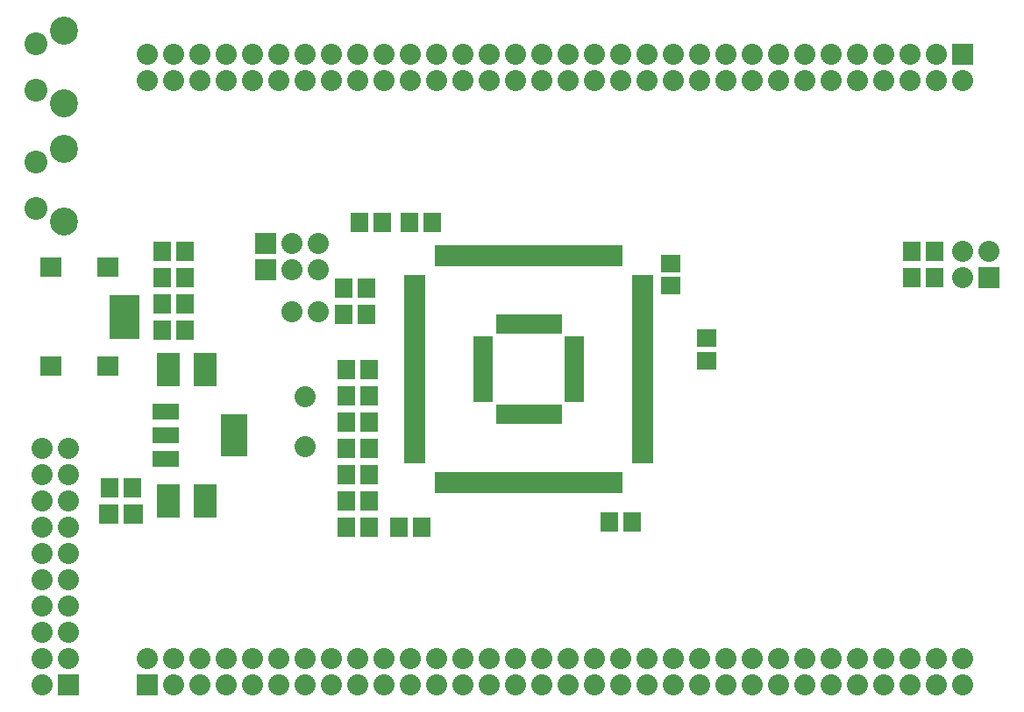
<source format=gts>
G04 (created by PCBNEW-RS274X (2012-01-19 BZR 3256)-stable) date 16/09/2012 01:08:52*
G01*
G70*
G90*
%MOIN*%
G04 Gerber Fmt 3.4, Leading zero omitted, Abs format*
%FSLAX34Y34*%
G04 APERTURE LIST*
%ADD10C,0.006000*%
%ADD11R,0.080000X0.030000*%
%ADD12R,0.030000X0.080000*%
%ADD13R,0.100000X0.164000*%
%ADD14R,0.100000X0.060000*%
%ADD15R,0.090000X0.130000*%
%ADD16R,0.065000X0.075000*%
%ADD17C,0.080000*%
%ADD18R,0.080000X0.080000*%
%ADD19R,0.075000X0.075000*%
%ADD20R,0.031800X0.077200*%
%ADD21R,0.077200X0.031800*%
%ADD22R,0.075000X0.065000*%
%ADD23R,0.083000X0.075100*%
%ADD24R,0.112500X0.039700*%
%ADD25C,0.106600*%
%ADD26C,0.086900*%
G04 APERTURE END LIST*
G54D10*
G54D11*
X75675Y-43055D03*
X75675Y-43255D03*
X75675Y-43450D03*
X75675Y-43645D03*
X75675Y-43845D03*
X75675Y-44040D03*
X75675Y-44235D03*
X75675Y-44435D03*
X75675Y-44630D03*
X75675Y-44825D03*
X75675Y-45025D03*
X75675Y-45220D03*
X75675Y-45415D03*
X75675Y-45615D03*
X75675Y-45810D03*
X75675Y-46005D03*
X75675Y-46205D03*
X75675Y-46400D03*
X75675Y-46600D03*
X75675Y-46795D03*
X75675Y-46995D03*
X75675Y-47190D03*
X75675Y-47385D03*
X75675Y-47585D03*
X75675Y-47780D03*
X75675Y-47975D03*
X75675Y-48175D03*
X75675Y-48370D03*
X75675Y-48565D03*
X75675Y-48765D03*
X75675Y-48960D03*
X75675Y-49155D03*
X75675Y-49355D03*
X75675Y-49550D03*
X75675Y-49745D03*
X75675Y-49945D03*
G54D12*
X82265Y-50825D03*
X82460Y-50825D03*
X82655Y-50825D03*
X82855Y-50825D03*
X83050Y-50825D03*
X83245Y-50825D03*
X83445Y-50825D03*
X82460Y-42175D03*
X82265Y-42175D03*
X82065Y-42175D03*
X81870Y-42175D03*
X81675Y-42175D03*
X81475Y-42175D03*
X81280Y-42175D03*
X81085Y-42175D03*
X80885Y-42175D03*
X80690Y-42175D03*
X80495Y-42175D03*
X80295Y-42175D03*
X80100Y-42175D03*
X79900Y-42175D03*
X79705Y-42175D03*
X79505Y-42175D03*
X79310Y-42175D03*
X79115Y-42175D03*
X78915Y-42175D03*
X78720Y-42175D03*
X78525Y-42175D03*
X78325Y-42175D03*
X78130Y-42175D03*
X77935Y-42175D03*
X77735Y-42175D03*
X77540Y-42175D03*
X77345Y-42175D03*
X77145Y-42175D03*
X76950Y-42175D03*
X76755Y-42175D03*
X76555Y-42175D03*
X76555Y-50825D03*
X76755Y-50825D03*
X76950Y-50825D03*
X77145Y-50825D03*
X77345Y-50825D03*
X77540Y-50825D03*
X77735Y-50825D03*
X77935Y-50825D03*
X78130Y-50825D03*
X78325Y-50825D03*
X78525Y-50825D03*
X78720Y-50825D03*
X78915Y-50825D03*
X79115Y-50825D03*
X79310Y-50825D03*
X79505Y-50825D03*
X79705Y-50825D03*
X79900Y-50825D03*
X80100Y-50825D03*
X80295Y-50825D03*
X80495Y-50825D03*
X80690Y-50825D03*
X80885Y-50825D03*
X81085Y-50825D03*
X81280Y-50825D03*
X81475Y-50825D03*
X81675Y-50825D03*
X81870Y-50825D03*
X82065Y-50825D03*
G54D11*
X84325Y-48960D03*
X84325Y-48765D03*
X84325Y-48565D03*
X84325Y-48370D03*
X84325Y-48175D03*
X84325Y-47975D03*
X84325Y-47780D03*
X84325Y-47585D03*
X84325Y-47385D03*
X84325Y-47190D03*
X84325Y-46995D03*
X84325Y-46795D03*
X84325Y-46600D03*
X84325Y-46400D03*
X84325Y-46205D03*
X84325Y-46005D03*
X84325Y-45810D03*
X84325Y-45615D03*
X84325Y-45415D03*
X84325Y-45220D03*
X84325Y-45025D03*
X84325Y-44825D03*
X84325Y-44630D03*
X84325Y-44435D03*
X84325Y-44235D03*
X84325Y-44040D03*
X84325Y-43845D03*
X84325Y-43645D03*
X84325Y-43450D03*
X84325Y-43255D03*
X84325Y-43055D03*
X84325Y-49945D03*
X84325Y-49745D03*
X84325Y-49550D03*
X84325Y-49355D03*
X84325Y-49155D03*
G54D12*
X83445Y-42175D03*
X83245Y-42175D03*
X83050Y-42175D03*
X82855Y-42175D03*
X82655Y-42175D03*
G54D13*
X68800Y-49000D03*
G54D14*
X66200Y-49000D03*
X66200Y-49900D03*
X66200Y-48100D03*
G54D15*
X67700Y-51500D03*
X66300Y-51500D03*
X67700Y-46500D03*
X66300Y-46500D03*
G54D16*
X73075Y-52500D03*
X73925Y-52500D03*
X74425Y-40900D03*
X73575Y-40900D03*
X73075Y-48500D03*
X73925Y-48500D03*
X66075Y-44000D03*
X66925Y-44000D03*
X66075Y-45000D03*
X66925Y-45000D03*
X66075Y-43000D03*
X66925Y-43000D03*
X73925Y-49500D03*
X73075Y-49500D03*
X73925Y-50500D03*
X73075Y-50500D03*
X66075Y-42000D03*
X66925Y-42000D03*
X73925Y-51500D03*
X73075Y-51500D03*
X73075Y-46500D03*
X73925Y-46500D03*
X73925Y-47500D03*
X73075Y-47500D03*
G54D17*
X61500Y-58500D03*
X62500Y-57500D03*
G54D18*
X62500Y-58500D03*
G54D17*
X61500Y-57500D03*
X62500Y-56500D03*
X61500Y-56500D03*
X62500Y-55500D03*
X61500Y-55500D03*
X62500Y-54500D03*
X61500Y-54500D03*
X62500Y-53500D03*
X61500Y-53500D03*
X62500Y-52500D03*
X61500Y-52500D03*
X62500Y-51500D03*
X61500Y-51500D03*
X62500Y-50500D03*
X61500Y-50500D03*
X62500Y-49500D03*
X61500Y-49500D03*
X71500Y-47539D03*
X71500Y-49461D03*
G54D16*
X73825Y-44400D03*
X72975Y-44400D03*
X72975Y-43400D03*
X73825Y-43400D03*
G54D17*
X71000Y-44300D03*
X72000Y-44300D03*
G54D16*
X64925Y-51000D03*
X64075Y-51000D03*
G54D19*
X64025Y-52000D03*
X64975Y-52000D03*
G54D20*
X80689Y-44777D03*
X80492Y-44777D03*
X80295Y-44777D03*
X80098Y-44777D03*
X79902Y-44777D03*
X79705Y-44777D03*
X80886Y-44777D03*
X81083Y-44777D03*
G54D21*
X81723Y-45417D03*
X81723Y-45614D03*
X81723Y-45811D03*
G54D20*
X79705Y-48223D03*
X79508Y-48223D03*
X79311Y-48223D03*
X79114Y-48223D03*
X78917Y-48223D03*
G54D21*
X78277Y-47583D03*
G54D20*
X79902Y-48223D03*
X80098Y-48223D03*
X80295Y-48223D03*
X80492Y-48223D03*
X80689Y-48223D03*
G54D21*
X78277Y-46402D03*
X81723Y-46992D03*
X78277Y-46598D03*
X81723Y-47189D03*
X81723Y-47386D03*
X78277Y-46795D03*
X78277Y-46992D03*
X81723Y-47583D03*
G54D20*
X81083Y-48223D03*
G54D21*
X78277Y-47189D03*
X78277Y-47386D03*
G54D20*
X80886Y-48223D03*
G54D21*
X81723Y-46795D03*
X78277Y-46205D03*
X78277Y-46008D03*
X81723Y-46598D03*
X81723Y-46402D03*
X78277Y-45811D03*
X78277Y-45614D03*
X81723Y-46205D03*
X81723Y-46008D03*
X78277Y-45417D03*
G54D20*
X79508Y-44777D03*
X79311Y-44777D03*
X79114Y-44777D03*
X78917Y-44777D03*
G54D16*
X75925Y-52500D03*
X75075Y-52500D03*
X83075Y-52300D03*
X83925Y-52300D03*
G54D22*
X86750Y-46175D03*
X86750Y-45325D03*
X85400Y-43325D03*
X85400Y-42475D03*
G54D16*
X76325Y-40900D03*
X75475Y-40900D03*
G54D18*
X70000Y-41700D03*
G54D17*
X71000Y-41700D03*
X72000Y-41700D03*
G54D18*
X70000Y-42700D03*
G54D17*
X71000Y-42700D03*
X72000Y-42700D03*
G54D23*
X61835Y-42610D03*
X64000Y-42610D03*
X61835Y-46390D03*
X64000Y-46390D03*
G54D24*
X64630Y-43870D03*
X64630Y-44185D03*
X64630Y-44500D03*
X64630Y-44815D03*
X64630Y-45130D03*
G54D25*
X62341Y-33622D03*
X62341Y-36378D03*
G54D26*
X61258Y-34114D03*
X61258Y-35886D03*
G54D25*
X62341Y-38122D03*
X62341Y-40878D03*
G54D26*
X61258Y-38614D03*
X61258Y-40386D03*
G54D18*
X96500Y-34500D03*
G54D17*
X96500Y-35500D03*
X95500Y-34500D03*
X95500Y-35500D03*
X94500Y-34500D03*
X94500Y-35500D03*
X93500Y-34500D03*
X93500Y-35500D03*
X92500Y-34500D03*
X92500Y-35500D03*
X91500Y-34500D03*
X91500Y-35500D03*
X90500Y-34500D03*
X90500Y-35500D03*
X89500Y-34500D03*
X89500Y-35500D03*
X88500Y-34500D03*
X88500Y-35500D03*
X87500Y-34500D03*
X87500Y-35500D03*
X86500Y-34500D03*
X86500Y-35500D03*
X85500Y-34500D03*
X85500Y-35500D03*
X84500Y-34500D03*
X84500Y-35500D03*
X83500Y-34500D03*
X83500Y-35500D03*
X82500Y-34500D03*
X82500Y-35500D03*
X81500Y-34500D03*
X81500Y-35500D03*
X80500Y-34500D03*
X80500Y-35500D03*
X79500Y-34500D03*
X79500Y-35500D03*
X78500Y-34500D03*
X78500Y-35500D03*
X77500Y-34500D03*
X77500Y-35500D03*
X76500Y-34500D03*
X76500Y-35500D03*
X75500Y-34500D03*
X75500Y-35500D03*
X74500Y-34500D03*
X74500Y-35500D03*
X73500Y-34500D03*
X73500Y-35500D03*
X72500Y-34500D03*
X72500Y-35500D03*
X71500Y-34500D03*
X71500Y-35500D03*
X70500Y-34500D03*
X70500Y-35500D03*
X69500Y-34500D03*
X69500Y-35500D03*
X68500Y-34500D03*
X68500Y-35500D03*
X67500Y-34500D03*
X67500Y-35500D03*
X66500Y-34500D03*
X66500Y-35500D03*
X65500Y-34500D03*
X65500Y-35500D03*
G54D18*
X65500Y-58500D03*
G54D17*
X65500Y-57500D03*
X66500Y-58500D03*
X66500Y-57500D03*
X67500Y-58500D03*
X67500Y-57500D03*
X68500Y-58500D03*
X68500Y-57500D03*
X69500Y-58500D03*
X69500Y-57500D03*
X70500Y-58500D03*
X70500Y-57500D03*
X71500Y-58500D03*
X71500Y-57500D03*
X72500Y-58500D03*
X72500Y-57500D03*
X73500Y-58500D03*
X73500Y-57500D03*
X74500Y-58500D03*
X74500Y-57500D03*
X75500Y-58500D03*
X75500Y-57500D03*
X76500Y-58500D03*
X76500Y-57500D03*
X77500Y-58500D03*
X77500Y-57500D03*
X78500Y-58500D03*
X78500Y-57500D03*
X79500Y-58500D03*
X79500Y-57500D03*
X80500Y-58500D03*
X80500Y-57500D03*
X81500Y-58500D03*
X81500Y-57500D03*
X82500Y-58500D03*
X82500Y-57500D03*
X83500Y-58500D03*
X83500Y-57500D03*
X84500Y-58500D03*
X84500Y-57500D03*
X85500Y-58500D03*
X85500Y-57500D03*
X86500Y-58500D03*
X86500Y-57500D03*
X87500Y-58500D03*
X87500Y-57500D03*
X88500Y-58500D03*
X88500Y-57500D03*
X89500Y-58500D03*
X89500Y-57500D03*
X90500Y-58500D03*
X90500Y-57500D03*
X91500Y-58500D03*
X91500Y-57500D03*
X92500Y-58500D03*
X92500Y-57500D03*
X93500Y-58500D03*
X93500Y-57500D03*
X94500Y-58500D03*
X94500Y-57500D03*
X95500Y-58500D03*
X95500Y-57500D03*
X96500Y-58500D03*
X96500Y-57500D03*
G54D16*
X95425Y-43000D03*
X94575Y-43000D03*
X95425Y-42000D03*
X94575Y-42000D03*
G54D18*
X97500Y-43000D03*
G54D17*
X96500Y-43000D03*
X97500Y-42000D03*
X96500Y-42000D03*
M02*

</source>
